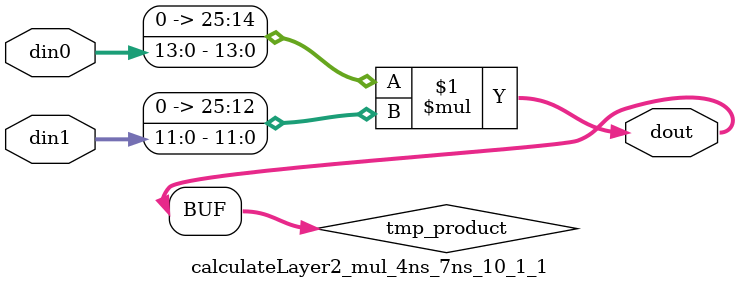
<source format=v>

`timescale 1 ns / 1 ps

  module calculateLayer2_mul_4ns_7ns_10_1_1(din0, din1, dout);
parameter ID = 1;
parameter NUM_STAGE = 0;
parameter din0_WIDTH = 14;
parameter din1_WIDTH = 12;
parameter dout_WIDTH = 26;

input [din0_WIDTH - 1 : 0] din0; 
input [din1_WIDTH - 1 : 0] din1; 
output [dout_WIDTH - 1 : 0] dout;

wire signed [dout_WIDTH - 1 : 0] tmp_product;










assign tmp_product = $signed({1'b0, din0}) * $signed({1'b0, din1});











assign dout = tmp_product;







endmodule

</source>
